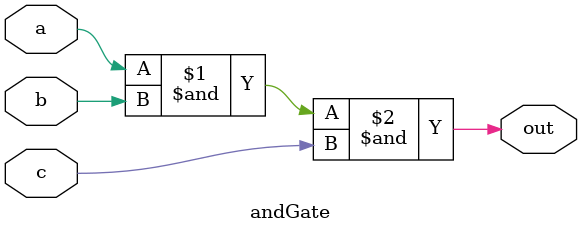
<source format=v>
module andGate( a, b, c, out);

	input a, b, c;
	output out;
	wire out;

	assign out = a & b & c;
	//assign out = AND(a, b, c);
  	//and(out, a,b,c);

endmodule

</source>
